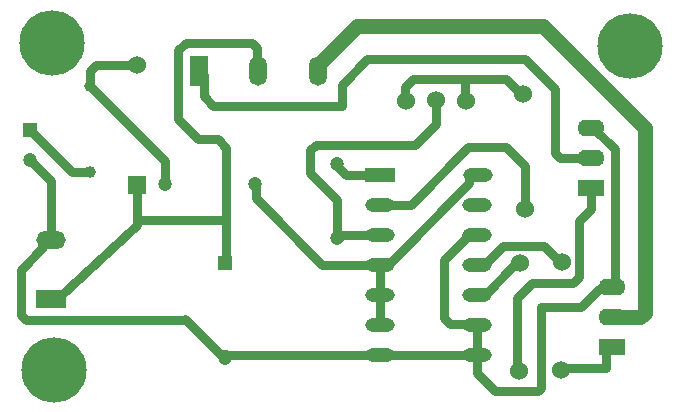
<source format=gbl>
G04*
G04 #@! TF.GenerationSoftware,Altium Limited,Altium Designer,20.0.2 (26)*
G04*
G04 Layer_Physical_Order=2*
G04 Layer_Color=16711680*
%FSLAX44Y44*%
%MOMM*%
G71*
G01*
G75*
%ADD27R,2.3000X1.4000*%
%ADD28O,2.3000X1.4000*%
%ADD29R,1.2000X1.2000*%
%ADD30C,1.2000*%
%ADD31C,5.5240*%
%ADD32O,2.5000X1.5000*%
%ADD33R,2.5000X1.5000*%
%ADD34R,1.5240X1.5240*%
%ADD35C,1.5240*%
%ADD36R,1.5000X2.5000*%
%ADD37O,1.5000X2.5000*%
%ADD38R,2.5000X1.2000*%
%ADD39O,2.5000X1.2000*%
%ADD40C,1.0000*%
%ADD41C,0.8000*%
%ADD42C,1.2540*%
D27*
X769620Y300990D02*
D03*
X751840Y435610D02*
D03*
D28*
X769620Y326390D02*
D03*
Y351790D02*
D03*
X751840Y486410D02*
D03*
Y461010D02*
D03*
D29*
X276860Y485140D02*
D03*
X441960Y372110D02*
D03*
D30*
X276860Y459740D02*
D03*
X391160Y439420D02*
D03*
X467360D02*
D03*
X537210Y393700D02*
D03*
Y455930D02*
D03*
X441960Y292110D02*
D03*
D31*
X784860Y556260D02*
D03*
X295910Y558800D02*
D03*
X297180Y281940D02*
D03*
D32*
X294640Y391630D02*
D03*
D33*
Y341630D02*
D03*
D34*
X367665Y438150D02*
D03*
D35*
Y539750D02*
D03*
X694690Y515620D02*
D03*
X695960Y417830D02*
D03*
X595630Y509270D02*
D03*
X621030Y510540D02*
D03*
X646430Y509270D02*
D03*
X691850Y372110D02*
D03*
X690880Y280670D02*
D03*
X727410Y373380D02*
D03*
X726440Y281940D02*
D03*
D36*
X420370Y534670D02*
D03*
D37*
X470370D02*
D03*
X520370D02*
D03*
D38*
X573320Y447040D02*
D03*
D39*
Y421640D02*
D03*
Y396240D02*
D03*
Y370840D02*
D03*
Y345440D02*
D03*
Y320040D02*
D03*
Y294640D02*
D03*
X655870Y447040D02*
D03*
X655320Y421640D02*
D03*
Y396240D02*
D03*
Y370840D02*
D03*
Y345440D02*
D03*
Y320040D02*
D03*
Y294640D02*
D03*
D40*
X327660Y521970D02*
D03*
Y448945D02*
D03*
D41*
X751840Y417830D02*
Y435610D01*
X741680Y407670D02*
X751840Y417830D01*
X294640Y391630D02*
Y441960D01*
X276860Y459740D02*
X294640Y441960D01*
X469031Y536009D02*
X470370Y534670D01*
X469031Y536009D02*
Y554259D01*
X464490Y558800D02*
X469031Y554259D01*
X440690Y372110D02*
X443230Y374650D01*
X440690Y372110D02*
Y374650D01*
X408940Y558800D02*
X464490D01*
X402590Y552450D02*
X408940Y558800D01*
X402590Y494030D02*
Y552450D01*
Y494030D02*
X419480Y477140D01*
X435990D01*
X721360Y465696D02*
Y519430D01*
X695960Y544830D02*
X721360Y519430D01*
X562610Y544830D02*
X695960D01*
X541020Y523240D02*
X562610Y544830D01*
X541020Y505460D02*
Y523240D01*
X420370Y534670D02*
X423870Y531170D01*
Y513390D02*
Y531170D01*
Y513390D02*
X431800Y505460D01*
X541020D01*
X435990Y477140D02*
X443230Y469900D01*
X367665Y408305D02*
X442595D01*
X367665Y404575D02*
Y433070D01*
Y404575D02*
Y408305D01*
X294640Y341630D02*
X299640D01*
X367665Y404575D01*
X408305Y324485D02*
X437920Y294870D01*
X269240Y328536D02*
Y366230D01*
Y328536D02*
X273926Y323850D01*
X407670D01*
X408305Y324485D01*
X291534Y391630D02*
X294640D01*
X288301Y388396D02*
X291534Y391630D01*
X288301Y385291D02*
Y388396D01*
X269240Y366230D02*
X288301Y385291D01*
X645160Y528320D02*
X680031D01*
X601586D02*
X645160D01*
Y510540D02*
X646430Y509270D01*
X645160Y510540D02*
Y528320D01*
X692731Y515620D02*
X694690D01*
X680031Y528320D02*
X692731Y515620D01*
X468125Y427225D02*
X524510Y370840D01*
X467360Y439420D02*
X468125Y438655D01*
Y427225D02*
Y438655D01*
X524510Y370840D02*
X573320D01*
X443230Y408940D02*
Y469900D01*
Y374650D02*
Y408940D01*
X442595Y408305D02*
X443230Y408940D01*
X753110Y487680D02*
X772160Y468630D01*
X437920Y294870D02*
X443010D01*
X758323Y350259D02*
X768089D01*
X743344Y335280D02*
X758323Y350259D01*
X594360Y521094D02*
X601586Y528320D01*
X726046Y461010D02*
X751840D01*
X721360Y465696D02*
X726046Y461010D01*
X519036Y472440D02*
X603250D01*
X514350Y467754D02*
X519036Y472440D01*
X603250D02*
X621030Y490220D01*
X594360Y510540D02*
Y521094D01*
Y510540D02*
X595630Y509270D01*
X772160Y354330D02*
Y468630D01*
X769620Y351790D02*
X772160Y354330D01*
X751840Y486410D02*
X753110Y487680D01*
X741680Y360286D02*
Y407670D01*
X709930Y266700D02*
Y335280D01*
X707390Y264160D02*
X709930Y266700D01*
X670560Y264160D02*
X707390D01*
X655320Y279400D02*
X670560Y264160D01*
X655320Y279400D02*
Y294640D01*
X736994Y355600D02*
X741680Y360286D01*
X702310Y355600D02*
X736994D01*
X689610Y342900D02*
X702310Y355600D01*
X709930Y335280D02*
X743344D01*
X768089Y350259D02*
X769620Y351790D01*
X751840Y435610D02*
X753110Y434340D01*
X689610Y281940D02*
Y342900D01*
Y281940D02*
X690880Y280670D01*
X712561Y386270D02*
X725451Y373380D01*
X677250Y386270D02*
X712561D01*
X663127Y372147D02*
X677250Y386270D01*
X659130Y372688D02*
X659671Y372147D01*
X663127D01*
X725451Y373380D02*
X727410D01*
X655320Y370840D02*
X657282D01*
X659130Y372688D01*
X727710Y283210D02*
X764934D01*
X768934Y300990D02*
X769620D01*
X764934Y296990D02*
X768934Y300990D01*
X764934Y283210D02*
Y296990D01*
X726440Y281940D02*
X727710Y283210D01*
X655320Y345440D02*
X661820D01*
X687105Y370725D01*
X690465D01*
X691850Y372110D01*
X655320Y421640D02*
X661820D01*
X573320Y294640D02*
X655320D01*
Y320040D01*
X627380Y325996D02*
Y374800D01*
X654555Y320805D02*
X655320Y320040D01*
X632571Y320805D02*
X654555D01*
X627380Y325996D02*
X632571Y320805D01*
X648820Y396240D02*
X655320D01*
X627380Y374800D02*
X648820Y396240D01*
X695960Y417830D02*
Y454660D01*
X599440Y421640D02*
X648196Y470396D01*
X680224D01*
X695960Y454660D01*
X573320Y421640D02*
X599440D01*
X537210Y393700D02*
Y425850D01*
X514350Y448710D02*
X537210Y425850D01*
X621030Y490220D02*
Y510540D01*
X514350Y448710D02*
Y467754D01*
X540832Y396240D02*
X573320D01*
X443010Y294870D02*
X443235Y294645D01*
X573315D01*
X573320Y294640D01*
X538292Y393700D02*
X540832Y396240D01*
X537210Y393700D02*
X538292D01*
X537210Y454660D02*
Y455930D01*
Y454660D02*
X544830Y447040D01*
X573320D01*
X648605Y439775D02*
Y445192D01*
X579670Y370840D02*
X648605Y439775D01*
X573320Y370840D02*
X579670D01*
X573320Y320040D02*
Y345440D01*
Y370840D01*
X648605Y445192D02*
X650452Y447040D01*
X655870D01*
X327660Y521970D02*
X391160Y458470D01*
Y439420D02*
Y458470D01*
X332729Y539750D02*
X367665D01*
X328043Y522353D02*
Y535064D01*
X332729Y539750D01*
X327660Y521970D02*
X328043Y522353D01*
X276860Y485140D02*
X312672Y449328D01*
X327277D01*
X327660Y448945D01*
X291140Y338130D02*
X294640Y341630D01*
D42*
X797560Y330200D02*
Y486410D01*
X711200Y572770D02*
X797560Y486410D01*
X553470Y572770D02*
X711200D01*
X520370Y539670D02*
X553470Y572770D01*
X520370Y534670D02*
Y539670D01*
X793750Y326390D02*
X797560Y330200D01*
X769620Y326390D02*
X793750D01*
M02*

</source>
